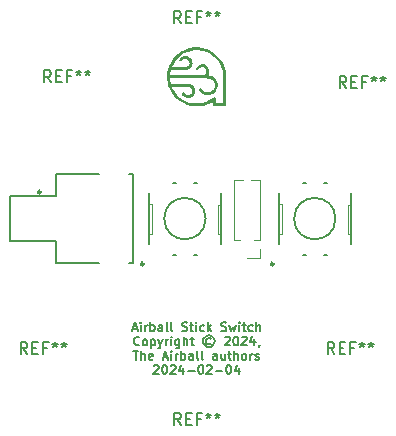
<source format=gbr>
%TF.GenerationSoftware,KiCad,Pcbnew,6.0.11-2627ca5db0~126~ubuntu22.04.1*%
%TF.CreationDate,2024-02-04T10:42:42-08:00*%
%TF.ProjectId,stick-switch,73746963-6b2d-4737-9769-7463682e6b69,rev?*%
%TF.SameCoordinates,Original*%
%TF.FileFunction,Legend,Top*%
%TF.FilePolarity,Positive*%
%FSLAX46Y46*%
G04 Gerber Fmt 4.6, Leading zero omitted, Abs format (unit mm)*
G04 Created by KiCad (PCBNEW 6.0.11-2627ca5db0~126~ubuntu22.04.1) date 2024-02-04 10:42:42*
%MOMM*%
%LPD*%
G01*
G04 APERTURE LIST*
%ADD10C,0.150000*%
%ADD11C,0.152400*%
%ADD12C,0.050800*%
%ADD13C,0.250000*%
%ADD14C,0.120000*%
%ADD15C,0.254000*%
G04 APERTURE END LIST*
D10*
X-5410714Y-9313750D02*
X-5053571Y-9313750D01*
X-5482142Y-9528035D02*
X-5232142Y-8778035D01*
X-4982142Y-9528035D01*
X-4732142Y-9528035D02*
X-4732142Y-9028035D01*
X-4732142Y-8778035D02*
X-4767857Y-8813750D01*
X-4732142Y-8849464D01*
X-4696428Y-8813750D01*
X-4732142Y-8778035D01*
X-4732142Y-8849464D01*
X-4375000Y-9528035D02*
X-4375000Y-9028035D01*
X-4375000Y-9170892D02*
X-4339285Y-9099464D01*
X-4303571Y-9063750D01*
X-4232142Y-9028035D01*
X-4160714Y-9028035D01*
X-3910714Y-9528035D02*
X-3910714Y-8778035D01*
X-3910714Y-9063750D02*
X-3839285Y-9028035D01*
X-3696428Y-9028035D01*
X-3625000Y-9063750D01*
X-3589285Y-9099464D01*
X-3553571Y-9170892D01*
X-3553571Y-9385178D01*
X-3589285Y-9456607D01*
X-3625000Y-9492321D01*
X-3696428Y-9528035D01*
X-3839285Y-9528035D01*
X-3910714Y-9492321D01*
X-2910714Y-9528035D02*
X-2910714Y-9135178D01*
X-2946428Y-9063750D01*
X-3017857Y-9028035D01*
X-3160714Y-9028035D01*
X-3232142Y-9063750D01*
X-2910714Y-9492321D02*
X-2982142Y-9528035D01*
X-3160714Y-9528035D01*
X-3232142Y-9492321D01*
X-3267857Y-9420892D01*
X-3267857Y-9349464D01*
X-3232142Y-9278035D01*
X-3160714Y-9242321D01*
X-2982142Y-9242321D01*
X-2910714Y-9206607D01*
X-2446428Y-9528035D02*
X-2517857Y-9492321D01*
X-2553571Y-9420892D01*
X-2553571Y-8778035D01*
X-2053571Y-9528035D02*
X-2125000Y-9492321D01*
X-2160714Y-9420892D01*
X-2160714Y-8778035D01*
X-1232142Y-9492321D02*
X-1125000Y-9528035D01*
X-946428Y-9528035D01*
X-875000Y-9492321D01*
X-839285Y-9456607D01*
X-803571Y-9385178D01*
X-803571Y-9313750D01*
X-839285Y-9242321D01*
X-875000Y-9206607D01*
X-946428Y-9170892D01*
X-1089285Y-9135178D01*
X-1160714Y-9099464D01*
X-1196428Y-9063750D01*
X-1232142Y-8992321D01*
X-1232142Y-8920892D01*
X-1196428Y-8849464D01*
X-1160714Y-8813750D01*
X-1089285Y-8778035D01*
X-910714Y-8778035D01*
X-803571Y-8813750D01*
X-589285Y-9028035D02*
X-303571Y-9028035D01*
X-482142Y-8778035D02*
X-482142Y-9420892D01*
X-446428Y-9492321D01*
X-375000Y-9528035D01*
X-303571Y-9528035D01*
X-53571Y-9528035D02*
X-53571Y-9028035D01*
X-53571Y-8778035D02*
X-89285Y-8813750D01*
X-53571Y-8849464D01*
X-17857Y-8813750D01*
X-53571Y-8778035D01*
X-53571Y-8849464D01*
X624999Y-9492321D02*
X553571Y-9528035D01*
X410714Y-9528035D01*
X339285Y-9492321D01*
X303571Y-9456607D01*
X267857Y-9385178D01*
X267857Y-9170892D01*
X303571Y-9099464D01*
X339285Y-9063750D01*
X410714Y-9028035D01*
X553571Y-9028035D01*
X624999Y-9063750D01*
X946428Y-9528035D02*
X946428Y-8778035D01*
X1017857Y-9242321D02*
X1232142Y-9528035D01*
X1232142Y-9028035D02*
X946428Y-9313750D01*
X2089285Y-9492321D02*
X2196428Y-9528035D01*
X2374999Y-9528035D01*
X2446428Y-9492321D01*
X2482142Y-9456607D01*
X2517857Y-9385178D01*
X2517857Y-9313750D01*
X2482142Y-9242321D01*
X2446428Y-9206607D01*
X2374999Y-9170892D01*
X2232142Y-9135178D01*
X2160714Y-9099464D01*
X2124999Y-9063750D01*
X2089285Y-8992321D01*
X2089285Y-8920892D01*
X2124999Y-8849464D01*
X2160714Y-8813750D01*
X2232142Y-8778035D01*
X2410714Y-8778035D01*
X2517857Y-8813750D01*
X2767857Y-9028035D02*
X2910714Y-9528035D01*
X3053571Y-9170892D01*
X3196428Y-9528035D01*
X3339285Y-9028035D01*
X3625000Y-9528035D02*
X3625000Y-9028035D01*
X3625000Y-8778035D02*
X3589285Y-8813750D01*
X3625000Y-8849464D01*
X3660714Y-8813750D01*
X3625000Y-8778035D01*
X3625000Y-8849464D01*
X3874999Y-9028035D02*
X4160714Y-9028035D01*
X3982142Y-8778035D02*
X3982142Y-9420892D01*
X4017857Y-9492321D01*
X4089285Y-9528035D01*
X4160714Y-9528035D01*
X4732142Y-9492321D02*
X4660714Y-9528035D01*
X4517857Y-9528035D01*
X4446428Y-9492321D01*
X4410714Y-9456607D01*
X4375000Y-9385178D01*
X4375000Y-9170892D01*
X4410714Y-9099464D01*
X4446428Y-9063750D01*
X4517857Y-9028035D01*
X4660714Y-9028035D01*
X4732142Y-9063750D01*
X5053571Y-9528035D02*
X5053571Y-8778035D01*
X5375000Y-9528035D02*
X5375000Y-9135178D01*
X5339285Y-9063750D01*
X5267857Y-9028035D01*
X5160714Y-9028035D01*
X5089285Y-9063750D01*
X5053571Y-9099464D01*
X-4857142Y-10664107D02*
X-4892857Y-10699821D01*
X-5000000Y-10735535D01*
X-5071428Y-10735535D01*
X-5178571Y-10699821D01*
X-5250000Y-10628392D01*
X-5285714Y-10556964D01*
X-5321428Y-10414107D01*
X-5321428Y-10306964D01*
X-5285714Y-10164107D01*
X-5250000Y-10092678D01*
X-5178571Y-10021250D01*
X-5071428Y-9985535D01*
X-5000000Y-9985535D01*
X-4892857Y-10021250D01*
X-4857142Y-10056964D01*
X-4428571Y-10735535D02*
X-4500000Y-10699821D01*
X-4535714Y-10664107D01*
X-4571428Y-10592678D01*
X-4571428Y-10378392D01*
X-4535714Y-10306964D01*
X-4500000Y-10271250D01*
X-4428571Y-10235535D01*
X-4321428Y-10235535D01*
X-4250000Y-10271250D01*
X-4214285Y-10306964D01*
X-4178571Y-10378392D01*
X-4178571Y-10592678D01*
X-4214285Y-10664107D01*
X-4250000Y-10699821D01*
X-4321428Y-10735535D01*
X-4428571Y-10735535D01*
X-3857142Y-10235535D02*
X-3857142Y-10985535D01*
X-3857142Y-10271250D02*
X-3785714Y-10235535D01*
X-3642857Y-10235535D01*
X-3571428Y-10271250D01*
X-3535714Y-10306964D01*
X-3500000Y-10378392D01*
X-3500000Y-10592678D01*
X-3535714Y-10664107D01*
X-3571428Y-10699821D01*
X-3642857Y-10735535D01*
X-3785714Y-10735535D01*
X-3857142Y-10699821D01*
X-3250000Y-10235535D02*
X-3071428Y-10735535D01*
X-2892857Y-10235535D02*
X-3071428Y-10735535D01*
X-3142857Y-10914107D01*
X-3178571Y-10949821D01*
X-3250000Y-10985535D01*
X-2607142Y-10735535D02*
X-2607142Y-10235535D01*
X-2607142Y-10378392D02*
X-2571428Y-10306964D01*
X-2535714Y-10271250D01*
X-2464285Y-10235535D01*
X-2392857Y-10235535D01*
X-2142857Y-10735535D02*
X-2142857Y-10235535D01*
X-2142857Y-9985535D02*
X-2178571Y-10021250D01*
X-2142857Y-10056964D01*
X-2107142Y-10021250D01*
X-2142857Y-9985535D01*
X-2142857Y-10056964D01*
X-1464285Y-10235535D02*
X-1464285Y-10842678D01*
X-1500000Y-10914107D01*
X-1535714Y-10949821D01*
X-1607142Y-10985535D01*
X-1714285Y-10985535D01*
X-1785714Y-10949821D01*
X-1464285Y-10699821D02*
X-1535714Y-10735535D01*
X-1678571Y-10735535D01*
X-1750000Y-10699821D01*
X-1785714Y-10664107D01*
X-1821428Y-10592678D01*
X-1821428Y-10378392D01*
X-1785714Y-10306964D01*
X-1750000Y-10271250D01*
X-1678571Y-10235535D01*
X-1535714Y-10235535D01*
X-1464285Y-10271250D01*
X-1107142Y-10735535D02*
X-1107142Y-9985535D01*
X-785714Y-10735535D02*
X-785714Y-10342678D01*
X-821428Y-10271250D01*
X-892857Y-10235535D01*
X-1000000Y-10235535D01*
X-1071428Y-10271250D01*
X-1107142Y-10306964D01*
X-535714Y-10235535D02*
X-250000Y-10235535D01*
X-428571Y-9985535D02*
X-428571Y-10628392D01*
X-392857Y-10699821D01*
X-321428Y-10735535D01*
X-250000Y-10735535D01*
X1178571Y-10164107D02*
X1107142Y-10128392D01*
X964285Y-10128392D01*
X892857Y-10164107D01*
X821428Y-10235535D01*
X785714Y-10306964D01*
X785714Y-10449821D01*
X821428Y-10521250D01*
X892857Y-10592678D01*
X964285Y-10628392D01*
X1107142Y-10628392D01*
X1178571Y-10592678D01*
X1035714Y-9878392D02*
X857142Y-9914107D01*
X678571Y-10021250D01*
X571428Y-10199821D01*
X535714Y-10378392D01*
X571428Y-10556964D01*
X678571Y-10735535D01*
X857142Y-10842678D01*
X1035714Y-10878392D01*
X1214285Y-10842678D01*
X1392857Y-10735535D01*
X1499999Y-10556964D01*
X1535714Y-10378392D01*
X1499999Y-10199821D01*
X1392857Y-10021250D01*
X1214285Y-9914107D01*
X1035714Y-9878392D01*
X2392857Y-10056964D02*
X2428571Y-10021250D01*
X2499999Y-9985535D01*
X2678571Y-9985535D01*
X2749999Y-10021250D01*
X2785714Y-10056964D01*
X2821428Y-10128392D01*
X2821428Y-10199821D01*
X2785714Y-10306964D01*
X2357142Y-10735535D01*
X2821428Y-10735535D01*
X3285714Y-9985535D02*
X3357142Y-9985535D01*
X3428571Y-10021250D01*
X3464285Y-10056964D01*
X3499999Y-10128392D01*
X3535714Y-10271250D01*
X3535714Y-10449821D01*
X3499999Y-10592678D01*
X3464285Y-10664107D01*
X3428571Y-10699821D01*
X3357142Y-10735535D01*
X3285714Y-10735535D01*
X3214285Y-10699821D01*
X3178571Y-10664107D01*
X3142857Y-10592678D01*
X3107142Y-10449821D01*
X3107142Y-10271250D01*
X3142857Y-10128392D01*
X3178571Y-10056964D01*
X3214285Y-10021250D01*
X3285714Y-9985535D01*
X3821428Y-10056964D02*
X3857142Y-10021250D01*
X3928571Y-9985535D01*
X4107142Y-9985535D01*
X4178571Y-10021250D01*
X4214285Y-10056964D01*
X4249999Y-10128392D01*
X4249999Y-10199821D01*
X4214285Y-10306964D01*
X3785714Y-10735535D01*
X4249999Y-10735535D01*
X4892857Y-10235535D02*
X4892857Y-10735535D01*
X4714285Y-9949821D02*
X4535714Y-10485535D01*
X4999999Y-10485535D01*
X5321428Y-10699821D02*
X5321428Y-10735535D01*
X5285714Y-10806964D01*
X5250000Y-10842678D01*
X-5357142Y-11193035D02*
X-4928571Y-11193035D01*
X-5142857Y-11943035D02*
X-5142857Y-11193035D01*
X-4678571Y-11943035D02*
X-4678571Y-11193035D01*
X-4357142Y-11943035D02*
X-4357142Y-11550178D01*
X-4392857Y-11478750D01*
X-4464285Y-11443035D01*
X-4571428Y-11443035D01*
X-4642857Y-11478750D01*
X-4678571Y-11514464D01*
X-3714285Y-11907321D02*
X-3785714Y-11943035D01*
X-3928571Y-11943035D01*
X-4000000Y-11907321D01*
X-4035714Y-11835892D01*
X-4035714Y-11550178D01*
X-4000000Y-11478750D01*
X-3928571Y-11443035D01*
X-3785714Y-11443035D01*
X-3714285Y-11478750D01*
X-3678571Y-11550178D01*
X-3678571Y-11621607D01*
X-4035714Y-11693035D01*
X-2821428Y-11728750D02*
X-2464285Y-11728750D01*
X-2892857Y-11943035D02*
X-2642857Y-11193035D01*
X-2392857Y-11943035D01*
X-2142857Y-11943035D02*
X-2142857Y-11443035D01*
X-2142857Y-11193035D02*
X-2178571Y-11228750D01*
X-2142857Y-11264464D01*
X-2107142Y-11228750D01*
X-2142857Y-11193035D01*
X-2142857Y-11264464D01*
X-1785714Y-11943035D02*
X-1785714Y-11443035D01*
X-1785714Y-11585892D02*
X-1750000Y-11514464D01*
X-1714285Y-11478750D01*
X-1642857Y-11443035D01*
X-1571428Y-11443035D01*
X-1321428Y-11943035D02*
X-1321428Y-11193035D01*
X-1321428Y-11478750D02*
X-1250000Y-11443035D01*
X-1107142Y-11443035D01*
X-1035714Y-11478750D01*
X-1000000Y-11514464D01*
X-964285Y-11585892D01*
X-964285Y-11800178D01*
X-1000000Y-11871607D01*
X-1035714Y-11907321D01*
X-1107142Y-11943035D01*
X-1250000Y-11943035D01*
X-1321428Y-11907321D01*
X-321428Y-11943035D02*
X-321428Y-11550178D01*
X-357142Y-11478750D01*
X-428571Y-11443035D01*
X-571428Y-11443035D01*
X-642857Y-11478750D01*
X-321428Y-11907321D02*
X-392857Y-11943035D01*
X-571428Y-11943035D01*
X-642857Y-11907321D01*
X-678571Y-11835892D01*
X-678571Y-11764464D01*
X-642857Y-11693035D01*
X-571428Y-11657321D01*
X-392857Y-11657321D01*
X-321428Y-11621607D01*
X142857Y-11943035D02*
X71428Y-11907321D01*
X35714Y-11835892D01*
X35714Y-11193035D01*
X535714Y-11943035D02*
X464285Y-11907321D01*
X428571Y-11835892D01*
X428571Y-11193035D01*
X1714285Y-11943035D02*
X1714285Y-11550178D01*
X1678571Y-11478750D01*
X1607142Y-11443035D01*
X1464285Y-11443035D01*
X1392857Y-11478750D01*
X1714285Y-11907321D02*
X1642857Y-11943035D01*
X1464285Y-11943035D01*
X1392857Y-11907321D01*
X1357142Y-11835892D01*
X1357142Y-11764464D01*
X1392857Y-11693035D01*
X1464285Y-11657321D01*
X1642857Y-11657321D01*
X1714285Y-11621607D01*
X2392857Y-11443035D02*
X2392857Y-11943035D01*
X2071428Y-11443035D02*
X2071428Y-11835892D01*
X2107142Y-11907321D01*
X2178571Y-11943035D01*
X2285714Y-11943035D01*
X2357142Y-11907321D01*
X2392857Y-11871607D01*
X2642857Y-11443035D02*
X2928571Y-11443035D01*
X2749999Y-11193035D02*
X2749999Y-11835892D01*
X2785714Y-11907321D01*
X2857142Y-11943035D01*
X2928571Y-11943035D01*
X3178571Y-11943035D02*
X3178571Y-11193035D01*
X3499999Y-11943035D02*
X3499999Y-11550178D01*
X3464285Y-11478750D01*
X3392857Y-11443035D01*
X3285714Y-11443035D01*
X3214285Y-11478750D01*
X3178571Y-11514464D01*
X3964285Y-11943035D02*
X3892857Y-11907321D01*
X3857142Y-11871607D01*
X3821428Y-11800178D01*
X3821428Y-11585892D01*
X3857142Y-11514464D01*
X3892857Y-11478750D01*
X3964285Y-11443035D01*
X4071428Y-11443035D01*
X4142857Y-11478750D01*
X4178571Y-11514464D01*
X4214285Y-11585892D01*
X4214285Y-11800178D01*
X4178571Y-11871607D01*
X4142857Y-11907321D01*
X4071428Y-11943035D01*
X3964285Y-11943035D01*
X4535714Y-11943035D02*
X4535714Y-11443035D01*
X4535714Y-11585892D02*
X4571428Y-11514464D01*
X4607142Y-11478750D01*
X4678571Y-11443035D01*
X4750000Y-11443035D01*
X4964285Y-11907321D02*
X5035714Y-11943035D01*
X5178571Y-11943035D01*
X5250000Y-11907321D01*
X5285714Y-11835892D01*
X5285714Y-11800178D01*
X5250000Y-11728750D01*
X5178571Y-11693035D01*
X5071428Y-11693035D01*
X5000000Y-11657321D01*
X4964285Y-11585892D01*
X4964285Y-11550178D01*
X5000000Y-11478750D01*
X5071428Y-11443035D01*
X5178571Y-11443035D01*
X5250000Y-11478750D01*
X-3642857Y-12471964D02*
X-3607142Y-12436250D01*
X-3535714Y-12400535D01*
X-3357142Y-12400535D01*
X-3285714Y-12436250D01*
X-3250000Y-12471964D01*
X-3214285Y-12543392D01*
X-3214285Y-12614821D01*
X-3250000Y-12721964D01*
X-3678571Y-13150535D01*
X-3214285Y-13150535D01*
X-2750000Y-12400535D02*
X-2678571Y-12400535D01*
X-2607142Y-12436250D01*
X-2571428Y-12471964D01*
X-2535714Y-12543392D01*
X-2500000Y-12686250D01*
X-2500000Y-12864821D01*
X-2535714Y-13007678D01*
X-2571428Y-13079107D01*
X-2607142Y-13114821D01*
X-2678571Y-13150535D01*
X-2750000Y-13150535D01*
X-2821428Y-13114821D01*
X-2857142Y-13079107D01*
X-2892857Y-13007678D01*
X-2928571Y-12864821D01*
X-2928571Y-12686250D01*
X-2892857Y-12543392D01*
X-2857142Y-12471964D01*
X-2821428Y-12436250D01*
X-2750000Y-12400535D01*
X-2214285Y-12471964D02*
X-2178571Y-12436250D01*
X-2107142Y-12400535D01*
X-1928571Y-12400535D01*
X-1857142Y-12436250D01*
X-1821428Y-12471964D01*
X-1785714Y-12543392D01*
X-1785714Y-12614821D01*
X-1821428Y-12721964D01*
X-2250000Y-13150535D01*
X-1785714Y-13150535D01*
X-1142857Y-12650535D02*
X-1142857Y-13150535D01*
X-1321428Y-12364821D02*
X-1500000Y-12900535D01*
X-1035714Y-12900535D01*
X-750000Y-12864821D02*
X-178571Y-12864821D01*
X321428Y-12400535D02*
X392857Y-12400535D01*
X464285Y-12436250D01*
X500000Y-12471964D01*
X535714Y-12543392D01*
X571428Y-12686250D01*
X571428Y-12864821D01*
X535714Y-13007678D01*
X500000Y-13079107D01*
X464285Y-13114821D01*
X392857Y-13150535D01*
X321428Y-13150535D01*
X250000Y-13114821D01*
X214285Y-13079107D01*
X178571Y-13007678D01*
X142857Y-12864821D01*
X142857Y-12686250D01*
X178571Y-12543392D01*
X214285Y-12471964D01*
X250000Y-12436250D01*
X321428Y-12400535D01*
X857142Y-12471964D02*
X892857Y-12436250D01*
X964285Y-12400535D01*
X1142857Y-12400535D01*
X1214285Y-12436250D01*
X1250000Y-12471964D01*
X1285714Y-12543392D01*
X1285714Y-12614821D01*
X1250000Y-12721964D01*
X821428Y-13150535D01*
X1285714Y-13150535D01*
X1607142Y-12864821D02*
X2178571Y-12864821D01*
X2678571Y-12400535D02*
X2750000Y-12400535D01*
X2821428Y-12436250D01*
X2857142Y-12471964D01*
X2892857Y-12543392D01*
X2928571Y-12686250D01*
X2928571Y-12864821D01*
X2892857Y-13007678D01*
X2857142Y-13079107D01*
X2821428Y-13114821D01*
X2750000Y-13150535D01*
X2678571Y-13150535D01*
X2607142Y-13114821D01*
X2571428Y-13079107D01*
X2535714Y-13007678D01*
X2500000Y-12864821D01*
X2500000Y-12686250D01*
X2535714Y-12543392D01*
X2571428Y-12471964D01*
X2607142Y-12436250D01*
X2678571Y-12400535D01*
X3571428Y-12650535D02*
X3571428Y-13150535D01*
X3392857Y-12364821D02*
X3214285Y-12900535D01*
X3678571Y-12900535D01*
%TO.C,REF\u002A\u002A*%
X11666666Y-11452380D02*
X11333333Y-10976190D01*
X11095238Y-11452380D02*
X11095238Y-10452380D01*
X11476190Y-10452380D01*
X11571428Y-10500000D01*
X11619047Y-10547619D01*
X11666666Y-10642857D01*
X11666666Y-10785714D01*
X11619047Y-10880952D01*
X11571428Y-10928571D01*
X11476190Y-10976190D01*
X11095238Y-10976190D01*
X12095238Y-10928571D02*
X12428571Y-10928571D01*
X12571428Y-11452380D02*
X12095238Y-11452380D01*
X12095238Y-10452380D01*
X12571428Y-10452380D01*
X13333333Y-10928571D02*
X13000000Y-10928571D01*
X13000000Y-11452380D02*
X13000000Y-10452380D01*
X13476190Y-10452380D01*
X14000000Y-10452380D02*
X14000000Y-10690476D01*
X13761904Y-10595238D02*
X14000000Y-10690476D01*
X14238095Y-10595238D01*
X13857142Y-10880952D02*
X14000000Y-10690476D01*
X14142857Y-10880952D01*
X14761904Y-10452380D02*
X14761904Y-10690476D01*
X14523809Y-10595238D02*
X14761904Y-10690476D01*
X15000000Y-10595238D01*
X14619047Y-10880952D02*
X14761904Y-10690476D01*
X14904761Y-10880952D01*
X12666666Y11047619D02*
X12333333Y11523809D01*
X12095238Y11047619D02*
X12095238Y12047619D01*
X12476190Y12047619D01*
X12571428Y12000000D01*
X12619047Y11952380D01*
X12666666Y11857142D01*
X12666666Y11714285D01*
X12619047Y11619047D01*
X12571428Y11571428D01*
X12476190Y11523809D01*
X12095238Y11523809D01*
X13095238Y11571428D02*
X13428571Y11571428D01*
X13571428Y11047619D02*
X13095238Y11047619D01*
X13095238Y12047619D01*
X13571428Y12047619D01*
X14333333Y11571428D02*
X14000000Y11571428D01*
X14000000Y11047619D02*
X14000000Y12047619D01*
X14476190Y12047619D01*
X15000000Y12047619D02*
X15000000Y11809523D01*
X14761904Y11904761D02*
X15000000Y11809523D01*
X15238095Y11904761D01*
X14857142Y11619047D02*
X15000000Y11809523D01*
X15142857Y11619047D01*
X15761904Y12047619D02*
X15761904Y11809523D01*
X15523809Y11904761D02*
X15761904Y11809523D01*
X16000000Y11904761D01*
X15619047Y11619047D02*
X15761904Y11809523D01*
X15904761Y11619047D01*
X-1333333Y-17452380D02*
X-1666666Y-16976190D01*
X-1904761Y-17452380D02*
X-1904761Y-16452380D01*
X-1523809Y-16452380D01*
X-1428571Y-16500000D01*
X-1380952Y-16547619D01*
X-1333333Y-16642857D01*
X-1333333Y-16785714D01*
X-1380952Y-16880952D01*
X-1428571Y-16928571D01*
X-1523809Y-16976190D01*
X-1904761Y-16976190D01*
X-904761Y-16928571D02*
X-571428Y-16928571D01*
X-428571Y-17452380D02*
X-904761Y-17452380D01*
X-904761Y-16452380D01*
X-428571Y-16452380D01*
X333333Y-16928571D02*
X0Y-16928571D01*
X0Y-17452380D02*
X0Y-16452380D01*
X476190Y-16452380D01*
X999999Y-16452380D02*
X999999Y-16690476D01*
X761904Y-16595238D02*
X999999Y-16690476D01*
X1238095Y-16595238D01*
X857142Y-16880952D02*
X999999Y-16690476D01*
X1142857Y-16880952D01*
X1761904Y-16452380D02*
X1761904Y-16690476D01*
X1523809Y-16595238D02*
X1761904Y-16690476D01*
X1999999Y-16595238D01*
X1619047Y-16880952D02*
X1761904Y-16690476D01*
X1904761Y-16880952D01*
X-12333333Y11547619D02*
X-12666666Y12023809D01*
X-12904761Y11547619D02*
X-12904761Y12547619D01*
X-12523809Y12547619D01*
X-12428571Y12500000D01*
X-12380952Y12452380D01*
X-12333333Y12357142D01*
X-12333333Y12214285D01*
X-12380952Y12119047D01*
X-12428571Y12071428D01*
X-12523809Y12023809D01*
X-12904761Y12023809D01*
X-11904761Y12071428D02*
X-11571428Y12071428D01*
X-11428571Y11547619D02*
X-11904761Y11547619D01*
X-11904761Y12547619D01*
X-11428571Y12547619D01*
X-10666666Y12071428D02*
X-11000000Y12071428D01*
X-11000000Y11547619D02*
X-11000000Y12547619D01*
X-10523809Y12547619D01*
X-10000000Y12547619D02*
X-10000000Y12309523D01*
X-10238095Y12404761D02*
X-10000000Y12309523D01*
X-9761904Y12404761D01*
X-10142857Y12119047D02*
X-10000000Y12309523D01*
X-9857142Y12119047D01*
X-9238095Y12547619D02*
X-9238095Y12309523D01*
X-9476190Y12404761D02*
X-9238095Y12309523D01*
X-9000000Y12404761D01*
X-9380952Y12119047D02*
X-9238095Y12309523D01*
X-9095238Y12119047D01*
X-1333333Y16547619D02*
X-1666666Y17023809D01*
X-1904761Y16547619D02*
X-1904761Y17547619D01*
X-1523809Y17547619D01*
X-1428571Y17500000D01*
X-1380952Y17452380D01*
X-1333333Y17357142D01*
X-1333333Y17214285D01*
X-1380952Y17119047D01*
X-1428571Y17071428D01*
X-1523809Y17023809D01*
X-1904761Y17023809D01*
X-904761Y17071428D02*
X-571428Y17071428D01*
X-428571Y16547619D02*
X-904761Y16547619D01*
X-904761Y17547619D01*
X-428571Y17547619D01*
X333333Y17071428D02*
X0Y17071428D01*
X0Y16547619D02*
X0Y17547619D01*
X476190Y17547619D01*
X999999Y17547619D02*
X999999Y17309523D01*
X761904Y17404761D02*
X999999Y17309523D01*
X1238095Y17404761D01*
X857142Y17119047D02*
X999999Y17309523D01*
X1142857Y17119047D01*
X1761904Y17547619D02*
X1761904Y17309523D01*
X1523809Y17404761D02*
X1761904Y17309523D01*
X1999999Y17404761D01*
X1619047Y17119047D02*
X1761904Y17309523D01*
X1904761Y17119047D01*
X-14333333Y-11452380D02*
X-14666666Y-10976190D01*
X-14904761Y-11452380D02*
X-14904761Y-10452380D01*
X-14523809Y-10452380D01*
X-14428571Y-10500000D01*
X-14380952Y-10547619D01*
X-14333333Y-10642857D01*
X-14333333Y-10785714D01*
X-14380952Y-10880952D01*
X-14428571Y-10928571D01*
X-14523809Y-10976190D01*
X-14904761Y-10976190D01*
X-13904761Y-10928571D02*
X-13571428Y-10928571D01*
X-13428571Y-11452380D02*
X-13904761Y-11452380D01*
X-13904761Y-10452380D01*
X-13428571Y-10452380D01*
X-12666666Y-10928571D02*
X-13000000Y-10928571D01*
X-13000000Y-11452380D02*
X-13000000Y-10452380D01*
X-12523809Y-10452380D01*
X-12000000Y-10452380D02*
X-12000000Y-10690476D01*
X-12238095Y-10595238D02*
X-12000000Y-10690476D01*
X-11761904Y-10595238D01*
X-12142857Y-10880952D02*
X-12000000Y-10690476D01*
X-11857142Y-10880952D01*
X-11238095Y-10452380D02*
X-11238095Y-10690476D01*
X-11476190Y-10595238D02*
X-11238095Y-10690476D01*
X-11000000Y-10595238D01*
X-11380952Y-10880952D02*
X-11238095Y-10690476D01*
X-11095238Y-10880952D01*
D11*
%TO.C,SW_DN1*%
X2048000Y1143000D02*
X2048000Y2159000D01*
D12*
X1794000Y-1270000D02*
X2048000Y-1270000D01*
D11*
X2048000Y-2159000D02*
X2048000Y-1270000D01*
D12*
X-3794000Y1270000D02*
X-3794000Y-1270000D01*
D11*
X-4048000Y2159000D02*
X-4048000Y1270000D01*
X-4048000Y1270000D02*
X-4048000Y-1270000D01*
X-238000Y3048000D02*
X16000Y3048000D01*
X-238000Y-3048000D02*
X16000Y-3048000D01*
D12*
X1794000Y1143000D02*
X2048000Y1143000D01*
X-4048000Y-1270000D02*
X-3794000Y-1270000D01*
D11*
X-1762000Y3048000D02*
X-2016000Y3048000D01*
X-1762000Y-3048000D02*
X-2016000Y-3048000D01*
D12*
X-3794000Y1270000D02*
X-4048000Y1270000D01*
X1794000Y1143000D02*
X1794000Y-1270000D01*
D11*
X2048000Y-1270000D02*
X2048000Y1143000D01*
X-4048000Y-1270000D02*
X-4048000Y-2159000D01*
D13*
X-4475000Y-3850000D02*
G75*
G03*
X-4475000Y-3850000I-125000J0D01*
G01*
D11*
X750000Y0D02*
G75*
G03*
X750000Y0I-1750000J0D01*
G01*
D14*
%TO.C,J1*%
X3140000Y-1780000D02*
X3140000Y3235000D01*
X3686529Y-1780000D02*
X3140000Y-1780000D01*
X3942470Y3235000D02*
X3140000Y3235000D01*
X5360000Y-2540000D02*
X5360000Y-3300000D01*
X5360000Y-1780000D02*
X4813471Y-1780000D01*
X5360000Y-3300000D02*
X4250000Y-3300000D01*
X5360000Y-1780000D02*
X5360000Y3235000D01*
X5360000Y3235000D02*
X4557530Y3235000D01*
D11*
%TO.C,SW_PTT1*%
X-11876940Y1877000D02*
X-11876940Y3777000D01*
X-11876940Y3777000D02*
X-8307788Y3777000D01*
X-15776941Y-1877001D02*
X-15776941Y1877000D01*
X-11876940Y-3777001D02*
X-11876940Y-1877001D01*
X-5372940Y-3777001D02*
X-5692212Y-3777001D01*
X-8307788Y-3777001D02*
X-11876940Y-3777001D01*
X-11876940Y-1877001D02*
X-15776941Y-1877001D01*
X-5692212Y3777000D02*
X-5372940Y3777000D01*
X-5372940Y3777000D02*
X-5372940Y-3777001D01*
X-15776941Y1877000D02*
X-11876940Y1877000D01*
D15*
X-13183000Y2250000D02*
G75*
G03*
X-13183000Y2250000I-127000J0D01*
G01*
D12*
%TO.C,SW_UP1*%
X12794000Y-1270000D02*
X13048000Y-1270000D01*
D11*
X10762000Y3048000D02*
X11016000Y3048000D01*
X10762000Y-3048000D02*
X11016000Y-3048000D01*
X6952000Y-1270000D02*
X6952000Y-2159000D01*
X9238000Y-3048000D02*
X8984000Y-3048000D01*
D12*
X12794000Y1143000D02*
X13048000Y1143000D01*
D11*
X13048000Y-1270000D02*
X13048000Y1143000D01*
X6952000Y1270000D02*
X6952000Y-1270000D01*
D12*
X6952000Y-1270000D02*
X7206000Y-1270000D01*
D11*
X9238000Y3048000D02*
X8984000Y3048000D01*
D12*
X7206000Y1270000D02*
X6952000Y1270000D01*
D11*
X6952000Y2159000D02*
X6952000Y1270000D01*
X13048000Y-2159000D02*
X13048000Y-1270000D01*
D12*
X7206000Y1270000D02*
X7206000Y-1270000D01*
X12794000Y1143000D02*
X12794000Y-1270000D01*
D11*
X13048000Y1143000D02*
X13048000Y2159000D01*
D13*
X6525000Y-3850000D02*
G75*
G03*
X6525000Y-3850000I-125000J0D01*
G01*
D11*
X11750000Y0D02*
G75*
G03*
X11750000Y0I-1750000J0D01*
G01*
%TO.C,G\u002A\u002A\u002A*%
G36*
X457393Y14458507D02*
G01*
X795243Y14371129D01*
X1122553Y14236779D01*
X1306838Y14136907D01*
X1470307Y14024633D01*
X1643251Y13879678D01*
X1813315Y13714395D01*
X1968145Y13541141D01*
X2095385Y13372270D01*
X2136906Y13306839D01*
X2205555Y13181269D01*
X2275779Y13036648D01*
X2334211Y12900781D01*
X2342694Y12878738D01*
X2375195Y12790116D01*
X2402973Y12707413D01*
X2426398Y12625961D01*
X2445839Y12541089D01*
X2461665Y12448128D01*
X2474246Y12342407D01*
X2483952Y12219256D01*
X2491150Y12074006D01*
X2496211Y11901987D01*
X2499503Y11698529D01*
X2501396Y11458961D01*
X2502260Y11178614D01*
X2502463Y10858102D01*
X2502463Y9497537D01*
X1376354Y9497537D01*
X1376354Y9900381D01*
X1215782Y9810584D01*
X918799Y9671966D01*
X598738Y9572847D01*
X265177Y9514799D01*
X-72308Y9499391D01*
X-404138Y9528196D01*
X-454218Y9536677D01*
X-785436Y9621416D01*
X-1098718Y9750570D01*
X-1390322Y9920561D01*
X-1656501Y10127808D01*
X-1893511Y10368731D01*
X-2097608Y10639750D01*
X-2265046Y10937286D01*
X-2392081Y11257759D01*
X-2442049Y11436946D01*
X-2469728Y11597245D01*
X-2486429Y11790143D01*
X-2488738Y11874877D01*
X-2257984Y11874877D01*
X-2240912Y11730986D01*
X-2226657Y11631207D01*
X-2209103Y11535250D01*
X-2199394Y11492757D01*
X-2174948Y11398420D01*
X-1373138Y11400121D01*
X-1150798Y11400457D01*
X-972669Y11400200D01*
X-832910Y11399023D01*
X-725684Y11396596D01*
X-645151Y11392591D01*
X-585473Y11386680D01*
X-540811Y11378535D01*
X-505327Y11367826D01*
X-473181Y11354226D01*
X-461936Y11348866D01*
X-341797Y11269114D01*
X-236001Y11159558D01*
X-161781Y11038202D01*
X-159530Y11032920D01*
X-140095Y10960418D01*
X-127878Y10864666D01*
X-125673Y10805878D01*
X-148040Y10640510D01*
X-209100Y10498230D01*
X-301803Y10381828D01*
X-419096Y10294089D01*
X-553926Y10237801D01*
X-699242Y10215751D01*
X-847991Y10230728D01*
X-993120Y10285517D01*
X-1127578Y10382907D01*
X-1147164Y10402152D01*
X-1219339Y10492606D01*
X-1244714Y10569664D01*
X-1223949Y10635817D01*
X-1212782Y10649679D01*
X-1153159Y10692271D01*
X-1092740Y10686586D01*
X-1028527Y10632080D01*
X-1013480Y10613334D01*
X-942903Y10546213D01*
X-849685Y10489488D01*
X-754712Y10454435D01*
X-708085Y10448473D01*
X-633991Y10465552D01*
X-547306Y10508824D01*
X-467846Y10566341D01*
X-416531Y10624249D01*
X-381349Y10719597D01*
X-371921Y10829079D01*
X-388131Y10932123D01*
X-418624Y10994964D01*
X-474493Y11057035D01*
X-535121Y11110080D01*
X-557366Y11124951D01*
X-583701Y11136768D01*
X-619971Y11145964D01*
X-672020Y11152978D01*
X-745695Y11158244D01*
X-846840Y11162200D01*
X-981301Y11165281D01*
X-1154923Y11167923D01*
X-1340619Y11170184D01*
X-1559338Y11172845D01*
X-1732580Y11174417D01*
X-1864916Y11173706D01*
X-1960920Y11169516D01*
X-2025162Y11160654D01*
X-2062216Y11145925D01*
X-2076652Y11124133D01*
X-2073044Y11094085D01*
X-2055963Y11054586D01*
X-2029980Y11004441D01*
X-2023473Y10991762D01*
X-1854289Y10712986D01*
X-1646091Y10460982D01*
X-1404404Y10240009D01*
X-1134754Y10054321D01*
X-842665Y9908175D01*
X-533663Y9805827D01*
X-462566Y9789312D01*
X-298845Y9764828D01*
X-105978Y9752543D01*
X96631Y9752494D01*
X289578Y9764720D01*
X445242Y9787529D01*
X767539Y9879308D01*
X1073003Y10017879D01*
X1251392Y10125955D01*
X1345240Y10186824D01*
X1425637Y10235453D01*
X1482461Y10265923D01*
X1503375Y10273301D01*
X1545303Y10257731D01*
X1580837Y10231885D01*
X1603685Y10202556D01*
X1617619Y10157661D01*
X1624602Y10085929D01*
X1626597Y9976090D01*
X1626601Y9969127D01*
X1626601Y9747784D01*
X2254655Y9747784D01*
X2246157Y11080345D01*
X2244232Y11373150D01*
X2242372Y11620432D01*
X2240385Y11826718D01*
X2238078Y11996536D01*
X2235260Y12134411D01*
X2231739Y12244869D01*
X2227321Y12332439D01*
X2221814Y12401645D01*
X2215027Y12457014D01*
X2206767Y12503074D01*
X2196841Y12544350D01*
X2185058Y12585368D01*
X2181759Y12596246D01*
X2057672Y12923310D01*
X1894957Y13220827D01*
X1695972Y13486436D01*
X1463077Y13717778D01*
X1198630Y13912493D01*
X904991Y14068221D01*
X600591Y14178060D01*
X421707Y14216324D01*
X213011Y14240270D01*
X-7157Y14249222D01*
X-220457Y14242506D01*
X-408547Y14219446D01*
X-426863Y14215892D01*
X-741122Y14128058D01*
X-1039389Y13997098D01*
X-1315952Y13827094D01*
X-1565099Y13622128D01*
X-1781119Y13386280D01*
X-1958300Y13123631D01*
X-1960240Y13120204D01*
X-2012561Y13028881D01*
X-2050937Y12958169D01*
X-2071108Y12905546D01*
X-2068813Y12868493D01*
X-2039793Y12844490D01*
X-1979788Y12831015D01*
X-1884537Y12825550D01*
X-1749780Y12825573D01*
X-1571258Y12828564D01*
X-1470197Y12830291D01*
X-1272792Y12833910D01*
X-1119050Y12838074D01*
X-1002585Y12843262D01*
X-917010Y12849952D01*
X-855938Y12858625D01*
X-812985Y12869758D01*
X-785736Y12881628D01*
X-690441Y12957330D01*
X-631139Y13055404D01*
X-606768Y13165598D01*
X-616263Y13277656D01*
X-658562Y13381326D01*
X-732601Y13466351D01*
X-837316Y13522479D01*
X-852665Y13526995D01*
X-984672Y13539383D01*
X-1106509Y13502788D01*
X-1217995Y13417271D01*
X-1232617Y13401566D01*
X-1295092Y13337110D01*
X-1341301Y13307683D01*
X-1384805Y13308121D01*
X-1428050Y13327186D01*
X-1469308Y13374035D01*
X-1474337Y13443515D01*
X-1444278Y13524967D01*
X-1400280Y13586494D01*
X-1279201Y13689526D01*
X-1136858Y13754586D01*
X-983149Y13781723D01*
X-827972Y13770987D01*
X-681224Y13722428D01*
X-552804Y13636096D01*
X-501161Y13581963D01*
X-435550Y13481304D01*
X-383652Y13362688D01*
X-354081Y13247857D01*
X-350345Y13201267D01*
X-369287Y13070093D01*
X-419805Y12934243D01*
X-492441Y12817105D01*
X-516994Y12789249D01*
X-569483Y12737098D01*
X-618741Y12695624D01*
X-671136Y12663600D01*
X-733040Y12639801D01*
X-810821Y12622999D01*
X-910850Y12611970D01*
X-1039498Y12605486D01*
X-1203135Y12602322D01*
X-1408130Y12601251D01*
X-1494258Y12601141D01*
X-2175214Y12600592D01*
X-2199527Y12506749D01*
X-2216584Y12426703D01*
X-2233319Y12325831D01*
X-2240912Y12269015D01*
X-2257984Y12125124D01*
X-852479Y12125124D01*
X-544317Y12125119D01*
X-282139Y12125331D01*
X-61880Y12126103D01*
X120528Y12127776D01*
X269148Y12130691D01*
X388047Y12135190D01*
X481290Y12141614D01*
X552943Y12150304D01*
X607071Y12161603D01*
X647740Y12175851D01*
X679016Y12193391D01*
X704963Y12214563D01*
X729648Y12239710D01*
X748077Y12259565D01*
X799462Y12347540D01*
X820864Y12458031D01*
X810669Y12572318D01*
X781626Y12648707D01*
X701379Y12746276D01*
X592808Y12804130D01*
X461232Y12819609D01*
X442451Y12818347D01*
X362756Y12805276D01*
X299314Y12775519D01*
X230914Y12718372D01*
X216282Y12704197D01*
X126202Y12630318D01*
X52343Y12602357D01*
X-7399Y12619658D01*
X-20020Y12630621D01*
X-48193Y12689020D01*
X-36616Y12759315D01*
X7858Y12835154D01*
X78374Y12910179D01*
X168081Y12978037D01*
X270126Y13032371D01*
X377655Y13066828D01*
X460052Y13075815D01*
X613275Y13058549D01*
X748045Y13002485D01*
X876208Y12902477D01*
X889759Y12889223D01*
X996918Y12751856D01*
X1059151Y12601425D01*
X1075209Y12444466D01*
X1043841Y12287515D01*
X1016933Y12224591D01*
X990184Y12169392D01*
X976446Y12137957D01*
X975960Y12135991D01*
X998050Y12128484D01*
X1053659Y12117197D01*
X1082315Y12112322D01*
X1266940Y12059482D01*
X1435336Y11961883D01*
X1522441Y11888767D01*
X1649868Y11737631D01*
X1735193Y11567107D01*
X1778415Y11384870D01*
X1779534Y11198592D01*
X1738549Y11015947D01*
X1655462Y10844608D01*
X1530272Y10692249D01*
X1522441Y10684830D01*
X1392267Y10577836D01*
X1265188Y10509204D01*
X1124862Y10472547D01*
X954946Y10461479D01*
X950936Y10461475D01*
X822757Y10465346D01*
X726653Y10478855D01*
X645114Y10504838D01*
X622552Y10514716D01*
X494833Y10590363D01*
X371601Y10692492D01*
X271915Y10804565D01*
X248345Y10839431D01*
X215862Y10897373D01*
X209874Y10935638D01*
X228556Y10975817D01*
X235863Y10987160D01*
X279335Y11033849D01*
X329430Y11044312D01*
X391906Y11016811D01*
X472519Y10949606D01*
X520943Y10901075D01*
X624684Y10803734D01*
X713127Y10745195D01*
X763251Y10726042D01*
X938656Y10700837D01*
X1102327Y10719221D01*
X1248307Y10776874D01*
X1370642Y10869480D01*
X1463377Y10992722D01*
X1520555Y11142283D01*
X1536753Y11286798D01*
X1516570Y11448204D01*
X1453609Y11589932D01*
X1347173Y11717409D01*
X1315715Y11747491D01*
X1286011Y11773476D01*
X1254343Y11795664D01*
X1216991Y11814355D01*
X1170236Y11829849D01*
X1110359Y11842445D01*
X1033642Y11852444D01*
X936365Y11860144D01*
X814809Y11865846D01*
X665255Y11869849D01*
X483984Y11872454D01*
X267277Y11873959D01*
X11415Y11874665D01*
X-287321Y11874871D01*
X-606621Y11874877D01*
X-2257984Y11874877D01*
X-2488738Y11874877D01*
X-2492131Y11999405D01*
X-2486815Y12208795D01*
X-2470460Y12402077D01*
X-2443478Y12561171D01*
X-2342544Y12885640D01*
X-2197779Y13193381D01*
X-2013396Y13479521D01*
X-1793608Y13739188D01*
X-1542626Y13967509D01*
X-1264663Y14159614D01*
X-963930Y14310628D01*
X-913618Y14330792D01*
X-576503Y14435054D01*
X-232770Y14490843D01*
X113292Y14498536D01*
X457393Y14458507D01*
G37*
%TD*%
M02*

</source>
